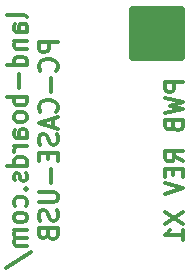
<source format=gbr>
%TF.GenerationSoftware,KiCad,Pcbnew,(6.0.1)*%
%TF.CreationDate,2022-05-28T15:37:13-04:00*%
%TF.ProjectId,PC-Case-USB,50432d43-6173-4652-9d55-53422e6b6963,X1*%
%TF.SameCoordinates,Original*%
%TF.FileFunction,Legend,Bot*%
%TF.FilePolarity,Positive*%
%FSLAX46Y46*%
G04 Gerber Fmt 4.6, Leading zero omitted, Abs format (unit mm)*
G04 Created by KiCad (PCBNEW (6.0.1)) date 2022-05-28 15:37:13*
%MOMM*%
%LPD*%
G01*
G04 APERTURE LIST*
%ADD10C,0.300000*%
%ADD11C,0.650000*%
%ADD12C,0.150000*%
G04 APERTURE END LIST*
D10*
X15328571Y-14907142D02*
X13828571Y-14907142D01*
X13828571Y-15478571D01*
X13900000Y-15621428D01*
X13971428Y-15692857D01*
X14114285Y-15764285D01*
X14328571Y-15764285D01*
X14471428Y-15692857D01*
X14542857Y-15621428D01*
X14614285Y-15478571D01*
X14614285Y-14907142D01*
X13828571Y-16264285D02*
X15328571Y-16621428D01*
X14257142Y-16907142D01*
X15328571Y-17192857D01*
X13828571Y-17550000D01*
X14542857Y-18621428D02*
X14614285Y-18835714D01*
X14685714Y-18907142D01*
X14828571Y-18978571D01*
X15042857Y-18978571D01*
X15185714Y-18907142D01*
X15257142Y-18835714D01*
X15328571Y-18692857D01*
X15328571Y-18121428D01*
X13828571Y-18121428D01*
X13828571Y-18621428D01*
X13900000Y-18764285D01*
X13971428Y-18835714D01*
X14114285Y-18907142D01*
X14257142Y-18907142D01*
X14400000Y-18835714D01*
X14471428Y-18764285D01*
X14542857Y-18621428D01*
X14542857Y-18121428D01*
X15328571Y-21621428D02*
X14614285Y-21121428D01*
X15328571Y-20764285D02*
X13828571Y-20764285D01*
X13828571Y-21335714D01*
X13900000Y-21478571D01*
X13971428Y-21550000D01*
X14114285Y-21621428D01*
X14328571Y-21621428D01*
X14471428Y-21550000D01*
X14542857Y-21478571D01*
X14614285Y-21335714D01*
X14614285Y-20764285D01*
X14542857Y-22264285D02*
X14542857Y-22764285D01*
X15328571Y-22978571D02*
X15328571Y-22264285D01*
X13828571Y-22264285D01*
X13828571Y-22978571D01*
X13828571Y-23407142D02*
X15328571Y-23907142D01*
X13828571Y-24407142D01*
X13828571Y-25907142D02*
X15328571Y-26907142D01*
X13828571Y-26907142D02*
X15328571Y-25907142D01*
X15328571Y-28264285D02*
X15328571Y-27407142D01*
X15328571Y-27835714D02*
X13828571Y-27835714D01*
X14042857Y-27692857D01*
X14185714Y-27550000D01*
X14257142Y-27407142D01*
X2117825Y-9429761D02*
X2039206Y-9282142D01*
X1881968Y-9208333D01*
X466825Y-9208333D01*
X2117825Y-10684523D02*
X1253016Y-10684523D01*
X1095778Y-10610714D01*
X1017159Y-10463095D01*
X1017159Y-10167857D01*
X1095778Y-10020238D01*
X2039206Y-10684523D02*
X2117825Y-10536904D01*
X2117825Y-10167857D01*
X2039206Y-10020238D01*
X1881968Y-9946428D01*
X1724730Y-9946428D01*
X1567492Y-10020238D01*
X1488873Y-10167857D01*
X1488873Y-10536904D01*
X1410254Y-10684523D01*
X1017159Y-11422619D02*
X2117825Y-11422619D01*
X1174397Y-11422619D02*
X1095778Y-11496428D01*
X1017159Y-11644047D01*
X1017159Y-11865476D01*
X1095778Y-12013095D01*
X1253016Y-12086904D01*
X2117825Y-12086904D01*
X2117825Y-13489285D02*
X466825Y-13489285D01*
X2039206Y-13489285D02*
X2117825Y-13341666D01*
X2117825Y-13046428D01*
X2039206Y-12898809D01*
X1960587Y-12824999D01*
X1803349Y-12751190D01*
X1331635Y-12751190D01*
X1174397Y-12824999D01*
X1095778Y-12898809D01*
X1017159Y-13046428D01*
X1017159Y-13341666D01*
X1095778Y-13489285D01*
X1488873Y-14227380D02*
X1488873Y-15408333D01*
X2117825Y-16146428D02*
X466825Y-16146428D01*
X1095778Y-16146428D02*
X1017159Y-16294047D01*
X1017159Y-16589285D01*
X1095778Y-16736904D01*
X1174397Y-16810714D01*
X1331635Y-16884523D01*
X1803349Y-16884523D01*
X1960587Y-16810714D01*
X2039206Y-16736904D01*
X2117825Y-16589285D01*
X2117825Y-16294047D01*
X2039206Y-16146428D01*
X2117825Y-17770238D02*
X2039206Y-17622619D01*
X1960587Y-17548809D01*
X1803349Y-17474999D01*
X1331635Y-17474999D01*
X1174397Y-17548809D01*
X1095778Y-17622619D01*
X1017159Y-17770238D01*
X1017159Y-17991666D01*
X1095778Y-18139285D01*
X1174397Y-18213095D01*
X1331635Y-18286904D01*
X1803349Y-18286904D01*
X1960587Y-18213095D01*
X2039206Y-18139285D01*
X2117825Y-17991666D01*
X2117825Y-17770238D01*
X2117825Y-19615476D02*
X1253016Y-19615476D01*
X1095778Y-19541666D01*
X1017159Y-19394047D01*
X1017159Y-19098809D01*
X1095778Y-18951190D01*
X2039206Y-19615476D02*
X2117825Y-19467857D01*
X2117825Y-19098809D01*
X2039206Y-18951190D01*
X1881968Y-18877380D01*
X1724730Y-18877380D01*
X1567492Y-18951190D01*
X1488873Y-19098809D01*
X1488873Y-19467857D01*
X1410254Y-19615476D01*
X2117825Y-20353571D02*
X1017159Y-20353571D01*
X1331635Y-20353571D02*
X1174397Y-20427380D01*
X1095778Y-20501190D01*
X1017159Y-20648809D01*
X1017159Y-20796428D01*
X2117825Y-21977380D02*
X466825Y-21977380D01*
X2039206Y-21977380D02*
X2117825Y-21829761D01*
X2117825Y-21534523D01*
X2039206Y-21386904D01*
X1960587Y-21313095D01*
X1803349Y-21239285D01*
X1331635Y-21239285D01*
X1174397Y-21313095D01*
X1095778Y-21386904D01*
X1017159Y-21534523D01*
X1017159Y-21829761D01*
X1095778Y-21977380D01*
X2039206Y-22641666D02*
X2117825Y-22789285D01*
X2117825Y-23084523D01*
X2039206Y-23232142D01*
X1881968Y-23305952D01*
X1803349Y-23305952D01*
X1646111Y-23232142D01*
X1567492Y-23084523D01*
X1567492Y-22863095D01*
X1488873Y-22715476D01*
X1331635Y-22641666D01*
X1253016Y-22641666D01*
X1095778Y-22715476D01*
X1017159Y-22863095D01*
X1017159Y-23084523D01*
X1095778Y-23232142D01*
X1960587Y-23970238D02*
X2039206Y-24044047D01*
X2117825Y-23970238D01*
X2039206Y-23896428D01*
X1960587Y-23970238D01*
X2117825Y-23970238D01*
X2039206Y-25372619D02*
X2117825Y-25224999D01*
X2117825Y-24929761D01*
X2039206Y-24782142D01*
X1960587Y-24708333D01*
X1803349Y-24634523D01*
X1331635Y-24634523D01*
X1174397Y-24708333D01*
X1095778Y-24782142D01*
X1017159Y-24929761D01*
X1017159Y-25224999D01*
X1095778Y-25372619D01*
X2117825Y-26258333D02*
X2039206Y-26110714D01*
X1960587Y-26036904D01*
X1803349Y-25963095D01*
X1331635Y-25963095D01*
X1174397Y-26036904D01*
X1095778Y-26110714D01*
X1017159Y-26258333D01*
X1017159Y-26479761D01*
X1095778Y-26627380D01*
X1174397Y-26701190D01*
X1331635Y-26774999D01*
X1803349Y-26774999D01*
X1960587Y-26701190D01*
X2039206Y-26627380D01*
X2117825Y-26479761D01*
X2117825Y-26258333D01*
X2117825Y-27439285D02*
X1017159Y-27439285D01*
X1174397Y-27439285D02*
X1095778Y-27513095D01*
X1017159Y-27660714D01*
X1017159Y-27882142D01*
X1095778Y-28029761D01*
X1253016Y-28103571D01*
X2117825Y-28103571D01*
X1253016Y-28103571D02*
X1095778Y-28177380D01*
X1017159Y-28324999D01*
X1017159Y-28546428D01*
X1095778Y-28694047D01*
X1253016Y-28767857D01*
X2117825Y-28767857D01*
X388206Y-30613095D02*
X2510921Y-29284523D01*
X4775935Y-11496428D02*
X3124935Y-11496428D01*
X3124935Y-12086904D01*
X3203555Y-12234523D01*
X3282174Y-12308333D01*
X3439412Y-12382142D01*
X3675269Y-12382142D01*
X3832507Y-12308333D01*
X3911126Y-12234523D01*
X3989745Y-12086904D01*
X3989745Y-11496428D01*
X4618697Y-13932142D02*
X4697316Y-13858333D01*
X4775935Y-13636904D01*
X4775935Y-13489285D01*
X4697316Y-13267857D01*
X4540078Y-13120238D01*
X4382840Y-13046428D01*
X4068364Y-12972619D01*
X3832507Y-12972619D01*
X3518031Y-13046428D01*
X3360793Y-13120238D01*
X3203555Y-13267857D01*
X3124935Y-13489285D01*
X3124935Y-13636904D01*
X3203555Y-13858333D01*
X3282174Y-13932142D01*
X4146983Y-14596428D02*
X4146983Y-15777380D01*
X4618697Y-17401190D02*
X4697316Y-17327380D01*
X4775935Y-17105952D01*
X4775935Y-16958333D01*
X4697316Y-16736904D01*
X4540078Y-16589285D01*
X4382840Y-16515476D01*
X4068364Y-16441666D01*
X3832507Y-16441666D01*
X3518031Y-16515476D01*
X3360793Y-16589285D01*
X3203555Y-16736904D01*
X3124935Y-16958333D01*
X3124935Y-17105952D01*
X3203555Y-17327380D01*
X3282174Y-17401190D01*
X4304221Y-17991666D02*
X4304221Y-18729761D01*
X4775935Y-17844047D02*
X3124935Y-18360714D01*
X4775935Y-18877380D01*
X4697316Y-19320238D02*
X4775935Y-19541666D01*
X4775935Y-19910714D01*
X4697316Y-20058333D01*
X4618697Y-20132142D01*
X4461459Y-20205952D01*
X4304221Y-20205952D01*
X4146983Y-20132142D01*
X4068364Y-20058333D01*
X3989745Y-19910714D01*
X3911126Y-19615476D01*
X3832507Y-19467857D01*
X3753888Y-19394047D01*
X3596650Y-19320238D01*
X3439412Y-19320238D01*
X3282174Y-19394047D01*
X3203555Y-19467857D01*
X3124935Y-19615476D01*
X3124935Y-19984523D01*
X3203555Y-20205952D01*
X3911126Y-20870238D02*
X3911126Y-21386904D01*
X4775935Y-21608333D02*
X4775935Y-20870238D01*
X3124935Y-20870238D01*
X3124935Y-21608333D01*
X4146983Y-22272619D02*
X4146983Y-23453571D01*
X3124935Y-24191666D02*
X4461459Y-24191666D01*
X4618697Y-24265476D01*
X4697316Y-24339285D01*
X4775935Y-24486904D01*
X4775935Y-24782142D01*
X4697316Y-24929761D01*
X4618697Y-25003571D01*
X4461459Y-25077380D01*
X3124935Y-25077380D01*
X4697316Y-25741666D02*
X4775935Y-25963095D01*
X4775935Y-26332142D01*
X4697316Y-26479761D01*
X4618697Y-26553571D01*
X4461459Y-26627380D01*
X4304221Y-26627380D01*
X4146983Y-26553571D01*
X4068364Y-26479761D01*
X3989745Y-26332142D01*
X3911126Y-26036904D01*
X3832507Y-25889285D01*
X3753888Y-25815476D01*
X3596650Y-25741666D01*
X3439412Y-25741666D01*
X3282174Y-25815476D01*
X3203554Y-25889285D01*
X3124935Y-26036904D01*
X3124935Y-26405952D01*
X3203554Y-26627380D01*
X3911126Y-27808333D02*
X3989745Y-28029761D01*
X4068364Y-28103571D01*
X4225602Y-28177380D01*
X4461459Y-28177380D01*
X4618697Y-28103571D01*
X4697316Y-28029761D01*
X4775935Y-27882142D01*
X4775935Y-27291666D01*
X3124935Y-27291666D01*
X3124935Y-27808333D01*
X3203554Y-27955952D01*
X3282174Y-28029761D01*
X3439412Y-28103571D01*
X3596650Y-28103571D01*
X3753888Y-28029761D01*
X3832507Y-27955952D01*
X3911126Y-27808333D01*
X3911126Y-27291666D01*
D11*
%TO.C,TEST*%
X11150000Y-12300000D02*
X15150000Y-12300000D01*
D12*
X11150000Y-8800000D02*
X11150000Y-12800000D01*
D11*
X11150000Y-9800000D02*
X15150000Y-9800000D01*
X15150000Y-12800000D02*
X15150000Y-8800000D01*
X11150000Y-11300000D02*
X15150000Y-11300000D01*
X11150000Y-9300000D02*
X15150000Y-9300000D01*
X11150000Y-8800000D02*
X11150000Y-12800000D01*
D12*
X11150000Y-12800000D02*
X15150000Y-12800000D01*
D11*
X15150000Y-8800000D02*
X11150000Y-8800000D01*
X11150000Y-12800000D02*
X15150000Y-12800000D01*
D12*
X15150000Y-8800000D02*
X11150000Y-8800000D01*
D11*
X11150000Y-10800000D02*
X15150000Y-10800000D01*
X11150000Y-10300000D02*
X15150000Y-10300000D01*
D12*
X15150000Y-12800000D02*
X15150000Y-8800000D01*
D11*
X11150000Y-11800000D02*
X15150000Y-11800000D01*
X11150000Y-8800000D02*
X15150000Y-8800000D01*
%TD*%
M02*

</source>
